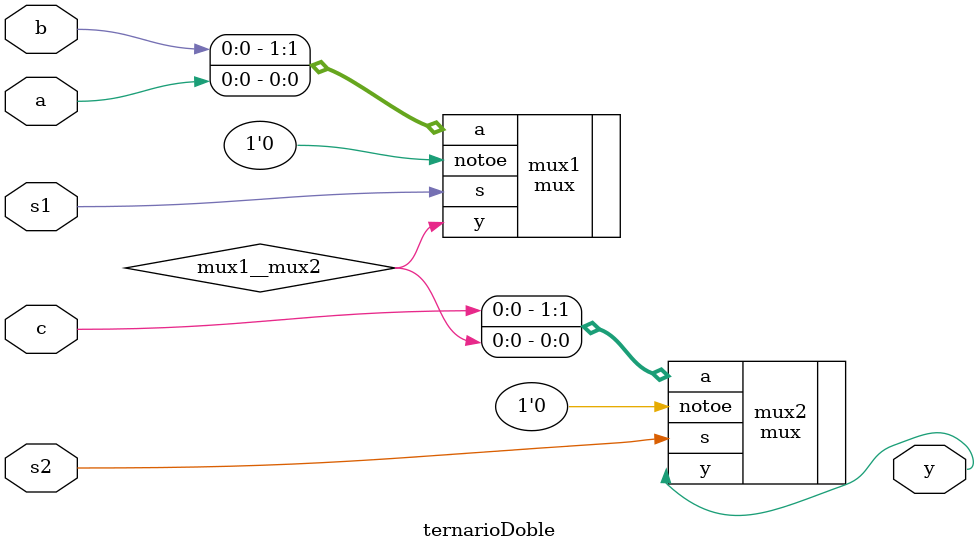
<source format=v>


module ternarioDoble (
  input a,
  input b,
  input c,
  input s1,
  input s2,
  output y
);

  // Entradas salidas, todas son wire.
  wire a, b, c, s1, s2, y;

  // conexión entre muxes mediante la salida del mux 1
  // y la entrada en bajo del mux2.
  wire mux1__mux2;

  parameter notoe = 1'b0;

  // Decide con s1 entre a(0) y b(1)
  mux mux1(
    .s(s1),
    .a({b, a}),
    .notoe(notoe),
    .y(mux1__mux2)
  );

  // Decide con s2 entre a, b(0) y c(1), finalmente da la salida.
  mux mux2(
    .s(s2),
    .a({c, mux1__mux2}),
    .notoe(notoe),
    .y(y)
  );
endmodule // ternarioDoble

</source>
